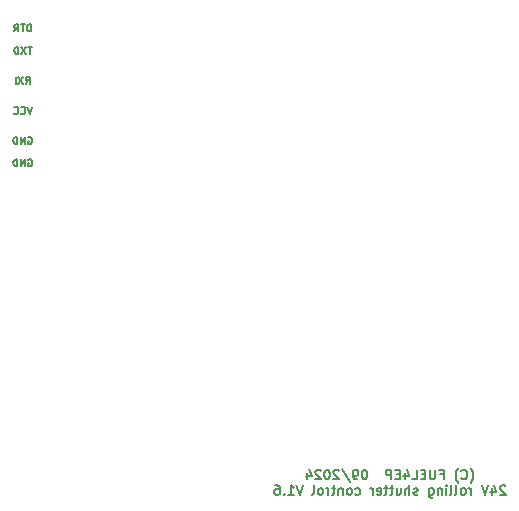
<source format=gbr>
%TF.GenerationSoftware,KiCad,Pcbnew,8.0.5-8.0.5-0~ubuntu22.04.1*%
%TF.CreationDate,2024-09-30T18:51:38+02:00*%
%TF.ProjectId,HM-LC-Bl1-FM_FUEL4EP_PCB,484d2d4c-432d-4426-9c31-2d464d5f4655,1.6*%
%TF.SameCoordinates,Original*%
%TF.FileFunction,Legend,Bot*%
%TF.FilePolarity,Positive*%
%FSLAX46Y46*%
G04 Gerber Fmt 4.6, Leading zero omitted, Abs format (unit mm)*
G04 Created by KiCad (PCBNEW 8.0.5-8.0.5-0~ubuntu22.04.1) date 2024-09-30 18:51:38*
%MOMM*%
%LPD*%
G01*
G04 APERTURE LIST*
%ADD10C,0.152400*%
%ADD11C,0.150000*%
%ADD12R,1.600000X1.600000*%
%ADD13C,1.600000*%
%ADD14O,1.600000X1.600000*%
%ADD15R,2.200000X2.200000*%
%ADD16O,2.200000X2.200000*%
%ADD17R,1.700000X1.700000*%
%ADD18O,1.700000X1.700000*%
%ADD19R,1.717500X1.800000*%
%ADD20O,1.717500X1.800000*%
%ADD21R,1.710000X1.800000*%
%ADD22O,1.710000X1.800000*%
%ADD23R,1.050000X1.500000*%
%ADD24O,1.050000X1.500000*%
%ADD25C,1.400000*%
%ADD26O,1.400000X1.400000*%
%ADD27C,5.700000*%
%ADD28C,3.500000*%
%ADD29C,2.000000*%
%ADD30C,2.500000*%
%ADD31C,2.200000*%
%ADD32R,1.498600X1.498600*%
%ADD33C,1.498600*%
%ADD34R,2.600000X2.600000*%
%ADD35C,2.600000*%
%ADD36C,5.800000*%
%ADD37C,1.800000*%
%ADD38O,3.251200X1.625600*%
%ADD39C,2.800000*%
%ADD40O,2.800000X2.800000*%
%ADD41C,1.350000*%
%ADD42C,3.000000*%
%ADD43C,2.082800*%
%ADD44C,3.200000*%
%ADD45R,3.500000X3.500000*%
%ADD46R,1.000000X1.000000*%
G04 APERTURE END LIST*
D10*
X97610989Y19480551D02*
X97649694Y19519255D01*
X97649694Y19519255D02*
X97727103Y19635370D01*
X97727103Y19635370D02*
X97765808Y19712779D01*
X97765808Y19712779D02*
X97804513Y19828894D01*
X97804513Y19828894D02*
X97843218Y20022417D01*
X97843218Y20022417D02*
X97843218Y20177236D01*
X97843218Y20177236D02*
X97804513Y20370760D01*
X97804513Y20370760D02*
X97765808Y20486874D01*
X97765808Y20486874D02*
X97727103Y20564284D01*
X97727103Y20564284D02*
X97649694Y20680398D01*
X97649694Y20680398D02*
X97610989Y20719103D01*
X96836894Y19867598D02*
X96875598Y19828894D01*
X96875598Y19828894D02*
X96991713Y19790189D01*
X96991713Y19790189D02*
X97069122Y19790189D01*
X97069122Y19790189D02*
X97185236Y19828894D01*
X97185236Y19828894D02*
X97262646Y19906303D01*
X97262646Y19906303D02*
X97301351Y19983713D01*
X97301351Y19983713D02*
X97340055Y20138532D01*
X97340055Y20138532D02*
X97340055Y20254646D01*
X97340055Y20254646D02*
X97301351Y20409465D01*
X97301351Y20409465D02*
X97262646Y20486874D01*
X97262646Y20486874D02*
X97185236Y20564284D01*
X97185236Y20564284D02*
X97069122Y20602989D01*
X97069122Y20602989D02*
X96991713Y20602989D01*
X96991713Y20602989D02*
X96875598Y20564284D01*
X96875598Y20564284D02*
X96836894Y20525579D01*
X96565960Y19480551D02*
X96527255Y19519255D01*
X96527255Y19519255D02*
X96449846Y19635370D01*
X96449846Y19635370D02*
X96411141Y19712779D01*
X96411141Y19712779D02*
X96372436Y19828894D01*
X96372436Y19828894D02*
X96333732Y20022417D01*
X96333732Y20022417D02*
X96333732Y20177236D01*
X96333732Y20177236D02*
X96372436Y20370760D01*
X96372436Y20370760D02*
X96411141Y20486874D01*
X96411141Y20486874D02*
X96449846Y20564284D01*
X96449846Y20564284D02*
X96527255Y20680398D01*
X96527255Y20680398D02*
X96565960Y20719103D01*
X95056474Y20215941D02*
X95327408Y20215941D01*
X95327408Y19790189D02*
X95327408Y20602989D01*
X95327408Y20602989D02*
X94940360Y20602989D01*
X94630722Y20602989D02*
X94630722Y19945008D01*
X94630722Y19945008D02*
X94592017Y19867598D01*
X94592017Y19867598D02*
X94553312Y19828894D01*
X94553312Y19828894D02*
X94475903Y19790189D01*
X94475903Y19790189D02*
X94321084Y19790189D01*
X94321084Y19790189D02*
X94243674Y19828894D01*
X94243674Y19828894D02*
X94204969Y19867598D01*
X94204969Y19867598D02*
X94166265Y19945008D01*
X94166265Y19945008D02*
X94166265Y20602989D01*
X93779217Y20215941D02*
X93508283Y20215941D01*
X93392169Y19790189D02*
X93779217Y19790189D01*
X93779217Y19790189D02*
X93779217Y20602989D01*
X93779217Y20602989D02*
X93392169Y20602989D01*
X92656779Y19790189D02*
X93043827Y19790189D01*
X93043827Y19790189D02*
X93043827Y20602989D01*
X92037503Y20332055D02*
X92037503Y19790189D01*
X92231027Y20641694D02*
X92424550Y20061122D01*
X92424550Y20061122D02*
X91921389Y20061122D01*
X91611751Y20215941D02*
X91340817Y20215941D01*
X91224703Y19790189D02*
X91611751Y19790189D01*
X91611751Y19790189D02*
X91611751Y20602989D01*
X91611751Y20602989D02*
X91224703Y20602989D01*
X90876361Y19790189D02*
X90876361Y20602989D01*
X90876361Y20602989D02*
X90566723Y20602989D01*
X90566723Y20602989D02*
X90489313Y20564284D01*
X90489313Y20564284D02*
X90450608Y20525579D01*
X90450608Y20525579D02*
X90411904Y20448170D01*
X90411904Y20448170D02*
X90411904Y20332055D01*
X90411904Y20332055D02*
X90450608Y20254646D01*
X90450608Y20254646D02*
X90489313Y20215941D01*
X90489313Y20215941D02*
X90566723Y20177236D01*
X90566723Y20177236D02*
X90876361Y20177236D01*
X88670190Y20602989D02*
X88592780Y20602989D01*
X88592780Y20602989D02*
X88515371Y20564284D01*
X88515371Y20564284D02*
X88476666Y20525579D01*
X88476666Y20525579D02*
X88437961Y20448170D01*
X88437961Y20448170D02*
X88399256Y20293351D01*
X88399256Y20293351D02*
X88399256Y20099827D01*
X88399256Y20099827D02*
X88437961Y19945008D01*
X88437961Y19945008D02*
X88476666Y19867598D01*
X88476666Y19867598D02*
X88515371Y19828894D01*
X88515371Y19828894D02*
X88592780Y19790189D01*
X88592780Y19790189D02*
X88670190Y19790189D01*
X88670190Y19790189D02*
X88747599Y19828894D01*
X88747599Y19828894D02*
X88786304Y19867598D01*
X88786304Y19867598D02*
X88825009Y19945008D01*
X88825009Y19945008D02*
X88863713Y20099827D01*
X88863713Y20099827D02*
X88863713Y20293351D01*
X88863713Y20293351D02*
X88825009Y20448170D01*
X88825009Y20448170D02*
X88786304Y20525579D01*
X88786304Y20525579D02*
X88747599Y20564284D01*
X88747599Y20564284D02*
X88670190Y20602989D01*
X88012209Y19790189D02*
X87857390Y19790189D01*
X87857390Y19790189D02*
X87779980Y19828894D01*
X87779980Y19828894D02*
X87741276Y19867598D01*
X87741276Y19867598D02*
X87663866Y19983713D01*
X87663866Y19983713D02*
X87625161Y20138532D01*
X87625161Y20138532D02*
X87625161Y20448170D01*
X87625161Y20448170D02*
X87663866Y20525579D01*
X87663866Y20525579D02*
X87702571Y20564284D01*
X87702571Y20564284D02*
X87779980Y20602989D01*
X87779980Y20602989D02*
X87934799Y20602989D01*
X87934799Y20602989D02*
X88012209Y20564284D01*
X88012209Y20564284D02*
X88050914Y20525579D01*
X88050914Y20525579D02*
X88089618Y20448170D01*
X88089618Y20448170D02*
X88089618Y20254646D01*
X88089618Y20254646D02*
X88050914Y20177236D01*
X88050914Y20177236D02*
X88012209Y20138532D01*
X88012209Y20138532D02*
X87934799Y20099827D01*
X87934799Y20099827D02*
X87779980Y20099827D01*
X87779980Y20099827D02*
X87702571Y20138532D01*
X87702571Y20138532D02*
X87663866Y20177236D01*
X87663866Y20177236D02*
X87625161Y20254646D01*
X86696247Y20641694D02*
X87392933Y19596665D01*
X86464018Y20525579D02*
X86425314Y20564284D01*
X86425314Y20564284D02*
X86347904Y20602989D01*
X86347904Y20602989D02*
X86154380Y20602989D01*
X86154380Y20602989D02*
X86076971Y20564284D01*
X86076971Y20564284D02*
X86038266Y20525579D01*
X86038266Y20525579D02*
X85999561Y20448170D01*
X85999561Y20448170D02*
X85999561Y20370760D01*
X85999561Y20370760D02*
X86038266Y20254646D01*
X86038266Y20254646D02*
X86502723Y19790189D01*
X86502723Y19790189D02*
X85999561Y19790189D01*
X85496400Y20602989D02*
X85418990Y20602989D01*
X85418990Y20602989D02*
X85341581Y20564284D01*
X85341581Y20564284D02*
X85302876Y20525579D01*
X85302876Y20525579D02*
X85264171Y20448170D01*
X85264171Y20448170D02*
X85225466Y20293351D01*
X85225466Y20293351D02*
X85225466Y20099827D01*
X85225466Y20099827D02*
X85264171Y19945008D01*
X85264171Y19945008D02*
X85302876Y19867598D01*
X85302876Y19867598D02*
X85341581Y19828894D01*
X85341581Y19828894D02*
X85418990Y19790189D01*
X85418990Y19790189D02*
X85496400Y19790189D01*
X85496400Y19790189D02*
X85573809Y19828894D01*
X85573809Y19828894D02*
X85612514Y19867598D01*
X85612514Y19867598D02*
X85651219Y19945008D01*
X85651219Y19945008D02*
X85689923Y20099827D01*
X85689923Y20099827D02*
X85689923Y20293351D01*
X85689923Y20293351D02*
X85651219Y20448170D01*
X85651219Y20448170D02*
X85612514Y20525579D01*
X85612514Y20525579D02*
X85573809Y20564284D01*
X85573809Y20564284D02*
X85496400Y20602989D01*
X84915828Y20525579D02*
X84877124Y20564284D01*
X84877124Y20564284D02*
X84799714Y20602989D01*
X84799714Y20602989D02*
X84606190Y20602989D01*
X84606190Y20602989D02*
X84528781Y20564284D01*
X84528781Y20564284D02*
X84490076Y20525579D01*
X84490076Y20525579D02*
X84451371Y20448170D01*
X84451371Y20448170D02*
X84451371Y20370760D01*
X84451371Y20370760D02*
X84490076Y20254646D01*
X84490076Y20254646D02*
X84954533Y19790189D01*
X84954533Y19790189D02*
X84451371Y19790189D01*
X83754686Y20332055D02*
X83754686Y19790189D01*
X83948210Y20641694D02*
X84141733Y20061122D01*
X84141733Y20061122D02*
X83638572Y20061122D01*
X100552549Y19217017D02*
X100513845Y19255722D01*
X100513845Y19255722D02*
X100436435Y19294427D01*
X100436435Y19294427D02*
X100242911Y19294427D01*
X100242911Y19294427D02*
X100165502Y19255722D01*
X100165502Y19255722D02*
X100126797Y19217017D01*
X100126797Y19217017D02*
X100088092Y19139608D01*
X100088092Y19139608D02*
X100088092Y19062198D01*
X100088092Y19062198D02*
X100126797Y18946084D01*
X100126797Y18946084D02*
X100591254Y18481627D01*
X100591254Y18481627D02*
X100088092Y18481627D01*
X99391407Y19023493D02*
X99391407Y18481627D01*
X99584931Y19333132D02*
X99778454Y18752560D01*
X99778454Y18752560D02*
X99275293Y18752560D01*
X99081769Y19294427D02*
X98810836Y18481627D01*
X98810836Y18481627D02*
X98539902Y19294427D01*
X97649693Y18481627D02*
X97649693Y19023493D01*
X97649693Y18868674D02*
X97610988Y18946084D01*
X97610988Y18946084D02*
X97572283Y18984789D01*
X97572283Y18984789D02*
X97494874Y19023493D01*
X97494874Y19023493D02*
X97417464Y19023493D01*
X97030416Y18481627D02*
X97107826Y18520332D01*
X97107826Y18520332D02*
X97146531Y18559036D01*
X97146531Y18559036D02*
X97185235Y18636446D01*
X97185235Y18636446D02*
X97185235Y18868674D01*
X97185235Y18868674D02*
X97146531Y18946084D01*
X97146531Y18946084D02*
X97107826Y18984789D01*
X97107826Y18984789D02*
X97030416Y19023493D01*
X97030416Y19023493D02*
X96914302Y19023493D01*
X96914302Y19023493D02*
X96836893Y18984789D01*
X96836893Y18984789D02*
X96798188Y18946084D01*
X96798188Y18946084D02*
X96759483Y18868674D01*
X96759483Y18868674D02*
X96759483Y18636446D01*
X96759483Y18636446D02*
X96798188Y18559036D01*
X96798188Y18559036D02*
X96836893Y18520332D01*
X96836893Y18520332D02*
X96914302Y18481627D01*
X96914302Y18481627D02*
X97030416Y18481627D01*
X96295026Y18481627D02*
X96372436Y18520332D01*
X96372436Y18520332D02*
X96411141Y18597741D01*
X96411141Y18597741D02*
X96411141Y19294427D01*
X95869274Y18481627D02*
X95946684Y18520332D01*
X95946684Y18520332D02*
X95985389Y18597741D01*
X95985389Y18597741D02*
X95985389Y19294427D01*
X95559637Y18481627D02*
X95559637Y19023493D01*
X95559637Y19294427D02*
X95598341Y19255722D01*
X95598341Y19255722D02*
X95559637Y19217017D01*
X95559637Y19217017D02*
X95520932Y19255722D01*
X95520932Y19255722D02*
X95559637Y19294427D01*
X95559637Y19294427D02*
X95559637Y19217017D01*
X95172589Y19023493D02*
X95172589Y18481627D01*
X95172589Y18946084D02*
X95133884Y18984789D01*
X95133884Y18984789D02*
X95056474Y19023493D01*
X95056474Y19023493D02*
X94940360Y19023493D01*
X94940360Y19023493D02*
X94862951Y18984789D01*
X94862951Y18984789D02*
X94824246Y18907379D01*
X94824246Y18907379D02*
X94824246Y18481627D01*
X94088856Y19023493D02*
X94088856Y18365512D01*
X94088856Y18365512D02*
X94127561Y18288103D01*
X94127561Y18288103D02*
X94166265Y18249398D01*
X94166265Y18249398D02*
X94243675Y18210693D01*
X94243675Y18210693D02*
X94359789Y18210693D01*
X94359789Y18210693D02*
X94437199Y18249398D01*
X94088856Y18520332D02*
X94166265Y18481627D01*
X94166265Y18481627D02*
X94321084Y18481627D01*
X94321084Y18481627D02*
X94398494Y18520332D01*
X94398494Y18520332D02*
X94437199Y18559036D01*
X94437199Y18559036D02*
X94475903Y18636446D01*
X94475903Y18636446D02*
X94475903Y18868674D01*
X94475903Y18868674D02*
X94437199Y18946084D01*
X94437199Y18946084D02*
X94398494Y18984789D01*
X94398494Y18984789D02*
X94321084Y19023493D01*
X94321084Y19023493D02*
X94166265Y19023493D01*
X94166265Y19023493D02*
X94088856Y18984789D01*
X93121237Y18520332D02*
X93043828Y18481627D01*
X93043828Y18481627D02*
X92889009Y18481627D01*
X92889009Y18481627D02*
X92811599Y18520332D01*
X92811599Y18520332D02*
X92772895Y18597741D01*
X92772895Y18597741D02*
X92772895Y18636446D01*
X92772895Y18636446D02*
X92811599Y18713855D01*
X92811599Y18713855D02*
X92889009Y18752560D01*
X92889009Y18752560D02*
X93005123Y18752560D01*
X93005123Y18752560D02*
X93082533Y18791265D01*
X93082533Y18791265D02*
X93121237Y18868674D01*
X93121237Y18868674D02*
X93121237Y18907379D01*
X93121237Y18907379D02*
X93082533Y18984789D01*
X93082533Y18984789D02*
X93005123Y19023493D01*
X93005123Y19023493D02*
X92889009Y19023493D01*
X92889009Y19023493D02*
X92811599Y18984789D01*
X92424552Y18481627D02*
X92424552Y19294427D01*
X92076209Y18481627D02*
X92076209Y18907379D01*
X92076209Y18907379D02*
X92114914Y18984789D01*
X92114914Y18984789D02*
X92192323Y19023493D01*
X92192323Y19023493D02*
X92308437Y19023493D01*
X92308437Y19023493D02*
X92385847Y18984789D01*
X92385847Y18984789D02*
X92424552Y18946084D01*
X91340819Y19023493D02*
X91340819Y18481627D01*
X91689162Y19023493D02*
X91689162Y18597741D01*
X91689162Y18597741D02*
X91650457Y18520332D01*
X91650457Y18520332D02*
X91573047Y18481627D01*
X91573047Y18481627D02*
X91456933Y18481627D01*
X91456933Y18481627D02*
X91379524Y18520332D01*
X91379524Y18520332D02*
X91340819Y18559036D01*
X91069886Y19023493D02*
X90760248Y19023493D01*
X90953772Y19294427D02*
X90953772Y18597741D01*
X90953772Y18597741D02*
X90915067Y18520332D01*
X90915067Y18520332D02*
X90837657Y18481627D01*
X90837657Y18481627D02*
X90760248Y18481627D01*
X90605429Y19023493D02*
X90295791Y19023493D01*
X90489315Y19294427D02*
X90489315Y18597741D01*
X90489315Y18597741D02*
X90450610Y18520332D01*
X90450610Y18520332D02*
X90373200Y18481627D01*
X90373200Y18481627D02*
X90295791Y18481627D01*
X89715220Y18520332D02*
X89792629Y18481627D01*
X89792629Y18481627D02*
X89947448Y18481627D01*
X89947448Y18481627D02*
X90024858Y18520332D01*
X90024858Y18520332D02*
X90063562Y18597741D01*
X90063562Y18597741D02*
X90063562Y18907379D01*
X90063562Y18907379D02*
X90024858Y18984789D01*
X90024858Y18984789D02*
X89947448Y19023493D01*
X89947448Y19023493D02*
X89792629Y19023493D01*
X89792629Y19023493D02*
X89715220Y18984789D01*
X89715220Y18984789D02*
X89676515Y18907379D01*
X89676515Y18907379D02*
X89676515Y18829970D01*
X89676515Y18829970D02*
X90063562Y18752560D01*
X89328172Y18481627D02*
X89328172Y19023493D01*
X89328172Y18868674D02*
X89289467Y18946084D01*
X89289467Y18946084D02*
X89250762Y18984789D01*
X89250762Y18984789D02*
X89173353Y19023493D01*
X89173353Y19023493D02*
X89095943Y19023493D01*
X87857391Y18520332D02*
X87934800Y18481627D01*
X87934800Y18481627D02*
X88089619Y18481627D01*
X88089619Y18481627D02*
X88167029Y18520332D01*
X88167029Y18520332D02*
X88205734Y18559036D01*
X88205734Y18559036D02*
X88244438Y18636446D01*
X88244438Y18636446D02*
X88244438Y18868674D01*
X88244438Y18868674D02*
X88205734Y18946084D01*
X88205734Y18946084D02*
X88167029Y18984789D01*
X88167029Y18984789D02*
X88089619Y19023493D01*
X88089619Y19023493D02*
X87934800Y19023493D01*
X87934800Y19023493D02*
X87857391Y18984789D01*
X87392933Y18481627D02*
X87470343Y18520332D01*
X87470343Y18520332D02*
X87509048Y18559036D01*
X87509048Y18559036D02*
X87547752Y18636446D01*
X87547752Y18636446D02*
X87547752Y18868674D01*
X87547752Y18868674D02*
X87509048Y18946084D01*
X87509048Y18946084D02*
X87470343Y18984789D01*
X87470343Y18984789D02*
X87392933Y19023493D01*
X87392933Y19023493D02*
X87276819Y19023493D01*
X87276819Y19023493D02*
X87199410Y18984789D01*
X87199410Y18984789D02*
X87160705Y18946084D01*
X87160705Y18946084D02*
X87122000Y18868674D01*
X87122000Y18868674D02*
X87122000Y18636446D01*
X87122000Y18636446D02*
X87160705Y18559036D01*
X87160705Y18559036D02*
X87199410Y18520332D01*
X87199410Y18520332D02*
X87276819Y18481627D01*
X87276819Y18481627D02*
X87392933Y18481627D01*
X86773658Y19023493D02*
X86773658Y18481627D01*
X86773658Y18946084D02*
X86734953Y18984789D01*
X86734953Y18984789D02*
X86657543Y19023493D01*
X86657543Y19023493D02*
X86541429Y19023493D01*
X86541429Y19023493D02*
X86464020Y18984789D01*
X86464020Y18984789D02*
X86425315Y18907379D01*
X86425315Y18907379D02*
X86425315Y18481627D01*
X86154382Y19023493D02*
X85844744Y19023493D01*
X86038268Y19294427D02*
X86038268Y18597741D01*
X86038268Y18597741D02*
X85999563Y18520332D01*
X85999563Y18520332D02*
X85922153Y18481627D01*
X85922153Y18481627D02*
X85844744Y18481627D01*
X85573811Y18481627D02*
X85573811Y19023493D01*
X85573811Y18868674D02*
X85535106Y18946084D01*
X85535106Y18946084D02*
X85496401Y18984789D01*
X85496401Y18984789D02*
X85418992Y19023493D01*
X85418992Y19023493D02*
X85341582Y19023493D01*
X84954534Y18481627D02*
X85031944Y18520332D01*
X85031944Y18520332D02*
X85070649Y18559036D01*
X85070649Y18559036D02*
X85109353Y18636446D01*
X85109353Y18636446D02*
X85109353Y18868674D01*
X85109353Y18868674D02*
X85070649Y18946084D01*
X85070649Y18946084D02*
X85031944Y18984789D01*
X85031944Y18984789D02*
X84954534Y19023493D01*
X84954534Y19023493D02*
X84838420Y19023493D01*
X84838420Y19023493D02*
X84761011Y18984789D01*
X84761011Y18984789D02*
X84722306Y18946084D01*
X84722306Y18946084D02*
X84683601Y18868674D01*
X84683601Y18868674D02*
X84683601Y18636446D01*
X84683601Y18636446D02*
X84722306Y18559036D01*
X84722306Y18559036D02*
X84761011Y18520332D01*
X84761011Y18520332D02*
X84838420Y18481627D01*
X84838420Y18481627D02*
X84954534Y18481627D01*
X84219144Y18481627D02*
X84296554Y18520332D01*
X84296554Y18520332D02*
X84335259Y18597741D01*
X84335259Y18597741D02*
X84335259Y19294427D01*
X83406345Y19294427D02*
X83135412Y18481627D01*
X83135412Y18481627D02*
X82864478Y19294427D01*
X82167792Y18481627D02*
X82632249Y18481627D01*
X82400021Y18481627D02*
X82400021Y19294427D01*
X82400021Y19294427D02*
X82477430Y19178312D01*
X82477430Y19178312D02*
X82554840Y19100903D01*
X82554840Y19100903D02*
X82632249Y19062198D01*
X81819450Y18559036D02*
X81780745Y18520332D01*
X81780745Y18520332D02*
X81819450Y18481627D01*
X81819450Y18481627D02*
X81858154Y18520332D01*
X81858154Y18520332D02*
X81819450Y18559036D01*
X81819450Y18559036D02*
X81819450Y18481627D01*
X81084059Y19294427D02*
X81238878Y19294427D01*
X81238878Y19294427D02*
X81316287Y19255722D01*
X81316287Y19255722D02*
X81354992Y19217017D01*
X81354992Y19217017D02*
X81432402Y19100903D01*
X81432402Y19100903D02*
X81471106Y18946084D01*
X81471106Y18946084D02*
X81471106Y18636446D01*
X81471106Y18636446D02*
X81432402Y18559036D01*
X81432402Y18559036D02*
X81393697Y18520332D01*
X81393697Y18520332D02*
X81316287Y18481627D01*
X81316287Y18481627D02*
X81161468Y18481627D01*
X81161468Y18481627D02*
X81084059Y18520332D01*
X81084059Y18520332D02*
X81045354Y18559036D01*
X81045354Y18559036D02*
X81006649Y18636446D01*
X81006649Y18636446D02*
X81006649Y18829970D01*
X81006649Y18829970D02*
X81045354Y18907379D01*
X81045354Y18907379D02*
X81084059Y18946084D01*
X81084059Y18946084D02*
X81161468Y18984789D01*
X81161468Y18984789D02*
X81316287Y18984789D01*
X81316287Y18984789D02*
X81393697Y18946084D01*
X81393697Y18946084D02*
X81432402Y18907379D01*
X81432402Y18907379D02*
X81471106Y18829970D01*
D11*
X60147142Y48761657D02*
X60204285Y48790228D01*
X60204285Y48790228D02*
X60289999Y48790228D01*
X60289999Y48790228D02*
X60375713Y48761657D01*
X60375713Y48761657D02*
X60432856Y48704514D01*
X60432856Y48704514D02*
X60461427Y48647371D01*
X60461427Y48647371D02*
X60489999Y48533085D01*
X60489999Y48533085D02*
X60489999Y48447371D01*
X60489999Y48447371D02*
X60461427Y48333085D01*
X60461427Y48333085D02*
X60432856Y48275942D01*
X60432856Y48275942D02*
X60375713Y48218800D01*
X60375713Y48218800D02*
X60289999Y48190228D01*
X60289999Y48190228D02*
X60232856Y48190228D01*
X60232856Y48190228D02*
X60147142Y48218800D01*
X60147142Y48218800D02*
X60118570Y48247371D01*
X60118570Y48247371D02*
X60118570Y48447371D01*
X60118570Y48447371D02*
X60232856Y48447371D01*
X59861427Y48190228D02*
X59861427Y48790228D01*
X59861427Y48790228D02*
X59518570Y48190228D01*
X59518570Y48190228D02*
X59518570Y48790228D01*
X59232856Y48190228D02*
X59232856Y48790228D01*
X59232856Y48790228D02*
X59089999Y48790228D01*
X59089999Y48790228D02*
X59004285Y48761657D01*
X59004285Y48761657D02*
X58947142Y48704514D01*
X58947142Y48704514D02*
X58918571Y48647371D01*
X58918571Y48647371D02*
X58889999Y48533085D01*
X58889999Y48533085D02*
X58889999Y48447371D01*
X58889999Y48447371D02*
X58918571Y48333085D01*
X58918571Y48333085D02*
X58947142Y48275942D01*
X58947142Y48275942D02*
X59004285Y48218800D01*
X59004285Y48218800D02*
X59089999Y48190228D01*
X59089999Y48190228D02*
X59232856Y48190228D01*
X60490000Y51330228D02*
X60290000Y50730228D01*
X60290000Y50730228D02*
X60090000Y51330228D01*
X59547142Y50787371D02*
X59575714Y50758800D01*
X59575714Y50758800D02*
X59661428Y50730228D01*
X59661428Y50730228D02*
X59718571Y50730228D01*
X59718571Y50730228D02*
X59804285Y50758800D01*
X59804285Y50758800D02*
X59861428Y50815942D01*
X59861428Y50815942D02*
X59889999Y50873085D01*
X59889999Y50873085D02*
X59918571Y50987371D01*
X59918571Y50987371D02*
X59918571Y51073085D01*
X59918571Y51073085D02*
X59889999Y51187371D01*
X59889999Y51187371D02*
X59861428Y51244514D01*
X59861428Y51244514D02*
X59804285Y51301657D01*
X59804285Y51301657D02*
X59718571Y51330228D01*
X59718571Y51330228D02*
X59661428Y51330228D01*
X59661428Y51330228D02*
X59575714Y51301657D01*
X59575714Y51301657D02*
X59547142Y51273085D01*
X58947142Y50787371D02*
X58975714Y50758800D01*
X58975714Y50758800D02*
X59061428Y50730228D01*
X59061428Y50730228D02*
X59118571Y50730228D01*
X59118571Y50730228D02*
X59204285Y50758800D01*
X59204285Y50758800D02*
X59261428Y50815942D01*
X59261428Y50815942D02*
X59289999Y50873085D01*
X59289999Y50873085D02*
X59318571Y50987371D01*
X59318571Y50987371D02*
X59318571Y51073085D01*
X59318571Y51073085D02*
X59289999Y51187371D01*
X59289999Y51187371D02*
X59261428Y51244514D01*
X59261428Y51244514D02*
X59204285Y51301657D01*
X59204285Y51301657D02*
X59118571Y51330228D01*
X59118571Y51330228D02*
X59061428Y51330228D01*
X59061428Y51330228D02*
X58975714Y51301657D01*
X58975714Y51301657D02*
X58947142Y51273085D01*
X59932856Y53270228D02*
X60132856Y53555942D01*
X60275713Y53270228D02*
X60275713Y53870228D01*
X60275713Y53870228D02*
X60047142Y53870228D01*
X60047142Y53870228D02*
X59989999Y53841657D01*
X59989999Y53841657D02*
X59961428Y53813085D01*
X59961428Y53813085D02*
X59932856Y53755942D01*
X59932856Y53755942D02*
X59932856Y53670228D01*
X59932856Y53670228D02*
X59961428Y53613085D01*
X59961428Y53613085D02*
X59989999Y53584514D01*
X59989999Y53584514D02*
X60047142Y53555942D01*
X60047142Y53555942D02*
X60275713Y53555942D01*
X59732856Y53870228D02*
X59332856Y53270228D01*
X59332856Y53870228D02*
X59732856Y53270228D01*
X59104284Y53270228D02*
X59104284Y53870228D01*
X60447143Y56410228D02*
X60104286Y56410228D01*
X60275714Y55810228D02*
X60275714Y56410228D01*
X59961428Y56410228D02*
X59561428Y55810228D01*
X59561428Y56410228D02*
X59961428Y55810228D01*
X59332856Y55810228D02*
X59332856Y56410228D01*
X59332856Y56410228D02*
X59189999Y56410228D01*
X59189999Y56410228D02*
X59104285Y56381657D01*
X59104285Y56381657D02*
X59047142Y56324514D01*
X59047142Y56324514D02*
X59018571Y56267371D01*
X59018571Y56267371D02*
X58989999Y56153085D01*
X58989999Y56153085D02*
X58989999Y56067371D01*
X58989999Y56067371D02*
X59018571Y55953085D01*
X59018571Y55953085D02*
X59047142Y55895942D01*
X59047142Y55895942D02*
X59104285Y55838800D01*
X59104285Y55838800D02*
X59189999Y55810228D01*
X59189999Y55810228D02*
X59332856Y55810228D01*
X60147142Y46856657D02*
X60204285Y46885228D01*
X60204285Y46885228D02*
X60289999Y46885228D01*
X60289999Y46885228D02*
X60375713Y46856657D01*
X60375713Y46856657D02*
X60432856Y46799514D01*
X60432856Y46799514D02*
X60461427Y46742371D01*
X60461427Y46742371D02*
X60489999Y46628085D01*
X60489999Y46628085D02*
X60489999Y46542371D01*
X60489999Y46542371D02*
X60461427Y46428085D01*
X60461427Y46428085D02*
X60432856Y46370942D01*
X60432856Y46370942D02*
X60375713Y46313800D01*
X60375713Y46313800D02*
X60289999Y46285228D01*
X60289999Y46285228D02*
X60232856Y46285228D01*
X60232856Y46285228D02*
X60147142Y46313800D01*
X60147142Y46313800D02*
X60118570Y46342371D01*
X60118570Y46342371D02*
X60118570Y46542371D01*
X60118570Y46542371D02*
X60232856Y46542371D01*
X59861427Y46285228D02*
X59861427Y46885228D01*
X59861427Y46885228D02*
X59518570Y46285228D01*
X59518570Y46285228D02*
X59518570Y46885228D01*
X59232856Y46285228D02*
X59232856Y46885228D01*
X59232856Y46885228D02*
X59089999Y46885228D01*
X59089999Y46885228D02*
X59004285Y46856657D01*
X59004285Y46856657D02*
X58947142Y46799514D01*
X58947142Y46799514D02*
X58918571Y46742371D01*
X58918571Y46742371D02*
X58889999Y46628085D01*
X58889999Y46628085D02*
X58889999Y46542371D01*
X58889999Y46542371D02*
X58918571Y46428085D01*
X58918571Y46428085D02*
X58947142Y46370942D01*
X58947142Y46370942D02*
X59004285Y46313800D01*
X59004285Y46313800D02*
X59089999Y46285228D01*
X59089999Y46285228D02*
X59232856Y46285228D01*
X60375713Y57715228D02*
X60375713Y58315228D01*
X60375713Y58315228D02*
X60232856Y58315228D01*
X60232856Y58315228D02*
X60147142Y58286657D01*
X60147142Y58286657D02*
X60089999Y58229514D01*
X60089999Y58229514D02*
X60061428Y58172371D01*
X60061428Y58172371D02*
X60032856Y58058085D01*
X60032856Y58058085D02*
X60032856Y57972371D01*
X60032856Y57972371D02*
X60061428Y57858085D01*
X60061428Y57858085D02*
X60089999Y57800942D01*
X60089999Y57800942D02*
X60147142Y57743800D01*
X60147142Y57743800D02*
X60232856Y57715228D01*
X60232856Y57715228D02*
X60375713Y57715228D01*
X59861428Y58315228D02*
X59518571Y58315228D01*
X59689999Y57715228D02*
X59689999Y58315228D01*
X58975713Y57715228D02*
X59175713Y58000942D01*
X59318570Y57715228D02*
X59318570Y58315228D01*
X59318570Y58315228D02*
X59089999Y58315228D01*
X59089999Y58315228D02*
X59032856Y58286657D01*
X59032856Y58286657D02*
X59004285Y58258085D01*
X59004285Y58258085D02*
X58975713Y58200942D01*
X58975713Y58200942D02*
X58975713Y58115228D01*
X58975713Y58115228D02*
X59004285Y58058085D01*
X59004285Y58058085D02*
X59032856Y58029514D01*
X59032856Y58029514D02*
X59089999Y58000942D01*
X59089999Y58000942D02*
X59318570Y58000942D01*
%TO.C,Module1*%
X62865000Y58620000D02*
G75*
G02*
X61595000Y58620000I-635000J0D01*
G01*
X61595000Y58620000D02*
G75*
G02*
X62865000Y58620000I635000J0D01*
G01*
X62865000Y56080000D02*
G75*
G02*
X61595000Y56080000I-635000J0D01*
G01*
X61595000Y56080000D02*
G75*
G02*
X62865000Y56080000I635000J0D01*
G01*
X62865000Y53540000D02*
G75*
G02*
X61595000Y53540000I-635000J0D01*
G01*
X61595000Y53540000D02*
G75*
G02*
X62865000Y53540000I635000J0D01*
G01*
X62865000Y51000000D02*
G75*
G02*
X61595000Y51000000I-635000J0D01*
G01*
X61595000Y51000000D02*
G75*
G02*
X62865000Y51000000I635000J0D01*
G01*
X62865000Y48460000D02*
G75*
G02*
X61595000Y48460000I-635000J0D01*
G01*
X61595000Y48460000D02*
G75*
G02*
X62865000Y48460000I635000J0D01*
G01*
X62865000Y45920000D02*
G75*
G02*
X61595000Y45920000I-635000J0D01*
G01*
X61595000Y45920000D02*
G75*
G02*
X62865000Y45920000I635000J0D01*
G01*
%TD*%
%LPC*%
D12*
%TO.C,C1*%
X29885000Y21790000D03*
D13*
X32385000Y21790000D03*
%TD*%
D12*
%TO.C,D7*%
X64770000Y69796000D03*
D14*
X57150000Y69796000D03*
%TD*%
D15*
%TO.C,D11*%
X13462000Y47698000D03*
D16*
X23622000Y47698000D03*
%TD*%
D17*
%TO.C,J5*%
X35052000Y38046000D03*
D18*
X37592000Y38046000D03*
X40132000Y38046000D03*
X42672000Y38046000D03*
X45212000Y38046000D03*
X47752000Y38046000D03*
%TD*%
D19*
%TO.C,Q1*%
X22860000Y56080000D03*
D20*
X20570000Y56080000D03*
X18280000Y56080000D03*
%TD*%
D21*
%TO.C,Q2*%
X53340000Y28140000D03*
D22*
X55620000Y28140000D03*
X57900000Y28140000D03*
%TD*%
D23*
%TO.C,Q4*%
X80010000Y73860000D03*
D24*
X78740000Y73860000D03*
X77470000Y73860000D03*
%TD*%
D25*
%TO.C,R1*%
X13970000Y36395000D03*
D26*
X19050000Y36395000D03*
%TD*%
D25*
%TO.C,R7*%
X13970000Y39570000D03*
D26*
X19050000Y39570000D03*
%TD*%
D27*
%TO.C,Module5*%
X74140000Y67300000D03*
X74140000Y46600000D03*
X118640000Y67300000D03*
X118640000Y46600000D03*
D28*
X115890000Y61950000D03*
X76890000Y62050000D03*
D29*
X84390000Y67050000D03*
D28*
X115890000Y56950000D03*
X76890000Y57050000D03*
D29*
X86930000Y67050000D03*
D28*
X115890000Y51950000D03*
X76890000Y52050000D03*
D29*
X89470000Y67050000D03*
%TD*%
D27*
%TO.C,Module6*%
X68965000Y38245000D03*
X68965000Y5245000D03*
X113865000Y38245000D03*
X113865000Y5245000D03*
D30*
X110465000Y34245000D03*
D31*
X70415000Y32325000D03*
D30*
X110465000Y29245000D03*
D31*
X70415000Y29785000D03*
D30*
X110465000Y24245000D03*
D31*
X70415000Y27245000D03*
D30*
X110465000Y19245000D03*
D31*
X70415000Y18615000D03*
D30*
X110465000Y14245000D03*
D31*
X70415000Y16075000D03*
D30*
X110465000Y9245000D03*
D31*
X70415000Y13535000D03*
X70415000Y10995000D03*
%TD*%
D25*
%TO.C,R8*%
X39370000Y68780000D03*
D26*
X34290000Y68780000D03*
%TD*%
D25*
%TO.C,R10*%
X21590000Y37538000D03*
D26*
X21590000Y32458000D03*
%TD*%
D25*
%TO.C,R11*%
X31115000Y29029000D03*
D26*
X26035000Y29029000D03*
%TD*%
D25*
%TO.C,R12*%
X38100000Y32585000D03*
D26*
X38100000Y27505000D03*
%TD*%
D25*
%TO.C,R13*%
X64008000Y41348000D03*
D26*
X64008000Y36268000D03*
%TD*%
D25*
%TO.C,R14*%
X53340000Y32585000D03*
D26*
X58420000Y32585000D03*
%TD*%
D25*
%TO.C,R15*%
X110998000Y81734000D03*
D26*
X105918000Y81734000D03*
%TD*%
D25*
%TO.C,R17*%
X48260000Y33220000D03*
D26*
X43180000Y33220000D03*
%TD*%
D32*
%TO.C,Q5*%
X45872400Y21231200D03*
D33*
X43332400Y22501200D03*
X45872400Y23771200D03*
%TD*%
D25*
%TO.C,R9*%
X39370000Y64970000D03*
D26*
X34290000Y64970000D03*
%TD*%
D34*
%TO.C,J1*%
X6350000Y67510000D03*
D35*
X6350000Y62430000D03*
%TD*%
D34*
%TO.C,J3*%
X6350000Y56080000D03*
D35*
X6350000Y51000000D03*
X6350000Y45920000D03*
%TD*%
D34*
%TO.C,J4*%
X21590000Y89100000D03*
D35*
X16510000Y89100000D03*
%TD*%
D12*
%TO.C,C5*%
X55245000Y64335000D03*
D13*
X55245000Y66335000D03*
%TD*%
D34*
%TO.C,J8*%
X6350000Y16710000D03*
D35*
X6350000Y11630000D03*
%TD*%
D34*
%TO.C,J9*%
X6350000Y28140000D03*
D35*
X6350000Y23060000D03*
%TD*%
D34*
%TO.C,J11*%
X107950000Y89100000D03*
D35*
X102870000Y89100000D03*
%TD*%
D25*
%TO.C,R5*%
X26670000Y68780000D03*
D26*
X31750000Y68780000D03*
%TD*%
D25*
%TO.C,R6*%
X26670000Y64970000D03*
D26*
X31750000Y64970000D03*
%TD*%
D34*
%TO.C,J14*%
X118110000Y75130000D03*
D35*
X118110000Y80210000D03*
%TD*%
D29*
%TO.C,C3*%
X43260000Y68780000D03*
X48260000Y68780000D03*
%TD*%
D25*
%TO.C,R21*%
X94234000Y78254200D03*
D26*
X94234000Y73174200D03*
%TD*%
D34*
%TO.C,J2*%
X6350000Y78940000D03*
D35*
X6350000Y73860000D03*
%TD*%
D13*
%TO.C,R22*%
X25908000Y51254000D03*
D14*
X13208000Y51254000D03*
%TD*%
D12*
%TO.C,D10*%
X91846400Y80895800D03*
D14*
X91846400Y73275800D03*
%TD*%
D25*
%TO.C,R3*%
X27305000Y61160000D03*
D26*
X27305000Y56080000D03*
%TD*%
D17*
%TO.C,J10*%
X18415000Y71955000D03*
D18*
X18415000Y74495000D03*
X18415000Y77035000D03*
%TD*%
D34*
%TO.C,J13*%
X119380000Y89100000D03*
D35*
X114300000Y89100000D03*
%TD*%
D36*
%TO.C,H1*%
X7620000Y90370000D03*
%TD*%
%TO.C,H2*%
X6350000Y4010000D03*
%TD*%
D34*
%TO.C,J6*%
X96520000Y89100000D03*
D35*
X91440000Y89100000D03*
%TD*%
D37*
%TO.C,Module1*%
X59690000Y44650000D03*
X31750000Y52270000D03*
X59690000Y59890000D03*
X62230000Y58620000D03*
X50800000Y47190000D03*
X57150000Y44650000D03*
X31750000Y49730000D03*
X57150000Y59890000D03*
X62230000Y56080000D03*
X48260000Y47190000D03*
X54610000Y44650000D03*
X31750000Y47190000D03*
X54610000Y59890000D03*
X62230000Y53540000D03*
X52070000Y44650000D03*
X52070000Y59890000D03*
X62230000Y51000000D03*
X49530000Y44650000D03*
X49530000Y59890000D03*
X62230000Y48460000D03*
X46990000Y44650000D03*
X46990000Y59890000D03*
X62230000Y45920000D03*
X44450000Y44650000D03*
X44450000Y59890000D03*
X41910000Y44650000D03*
X41910000Y59890000D03*
X39370000Y44650000D03*
X39370000Y59890000D03*
X36830000Y44650000D03*
X36830000Y59890000D03*
X34290000Y44650000D03*
X34290000Y59890000D03*
X31750000Y44650000D03*
X31750000Y59890000D03*
%TD*%
D25*
%TO.C,R16*%
X111125000Y72590000D03*
D26*
X111125000Y77670000D03*
%TD*%
D36*
%TO.C,H3*%
X104140000Y77670000D03*
%TD*%
D29*
%TO.C,C4*%
X43180000Y28775000D03*
X48180000Y28775000D03*
%TD*%
D25*
%TO.C,R20*%
X88265000Y72590000D03*
D26*
X83185000Y72590000D03*
%TD*%
D25*
%TO.C,R4*%
X29210000Y36395000D03*
D26*
X24130000Y36395000D03*
%TD*%
D25*
%TO.C,R2*%
X21704300Y40090700D03*
D26*
X29324300Y40090700D03*
%TD*%
D38*
%TO.C,Q3*%
X98501200Y74850600D03*
X98501200Y77390600D03*
X98501200Y79930600D03*
%TD*%
D39*
%TO.C,R18*%
X73025000Y80210000D03*
D40*
X88265000Y80210000D03*
%TD*%
D34*
%TO.C,J15*%
X52705000Y6042000D03*
D35*
X57785000Y6042000D03*
%TD*%
D25*
%TO.C,R23*%
X58420000Y16075000D03*
D26*
X53340000Y16075000D03*
%TD*%
D17*
%TO.C,J17*%
X67945000Y59890000D03*
D18*
X67945000Y57350000D03*
X67945000Y54810000D03*
%TD*%
D15*
%TO.C,D2*%
X61214000Y39062000D03*
D16*
X51054000Y39062000D03*
%TD*%
D36*
%TO.C,H4*%
X120650000Y6042000D03*
%TD*%
D17*
%TO.C,J16*%
X62865000Y18615000D03*
D18*
X62865000Y16075000D03*
X62865000Y13535000D03*
X62865000Y10995000D03*
%TD*%
D17*
%TO.C,J18*%
X63246000Y27124000D03*
D18*
X63246000Y29664000D03*
X63246000Y32204000D03*
%TD*%
D29*
%TO.C,C2*%
X43260000Y64970000D03*
X48260000Y64970000D03*
%TD*%
D25*
%TO.C,R19*%
X19050000Y42110000D03*
D26*
X13970000Y42110000D03*
%TD*%
D41*
%TO.C,Module2*%
X47170000Y10980000D03*
X29170000Y16480000D03*
D42*
X47170000Y8480000D03*
D41*
X29170000Y14480000D03*
X47170000Y5980000D03*
X29170000Y12480000D03*
X29170000Y10480000D03*
X29170000Y8480000D03*
X29170000Y6480000D03*
X29170000Y4480000D03*
X29170000Y2480000D03*
%TD*%
D34*
%TO.C,J7*%
X6350000Y39570000D03*
D35*
X6350000Y34490000D03*
%TD*%
D34*
%TO.C,J12*%
X85090000Y89100000D03*
D35*
X80010000Y89100000D03*
X74930000Y89100000D03*
%TD*%
D15*
%TO.C,D6*%
X58674000Y20774000D03*
D16*
X48514000Y20774000D03*
%TD*%
D43*
%TO.C,Module3*%
X24003000Y17548200D03*
X13843000Y17548200D03*
X13843000Y15008200D03*
X13843000Y9928200D03*
X13843000Y12468200D03*
X13843000Y20088200D03*
X13843000Y22628200D03*
X24003000Y15008200D03*
X24003000Y9928200D03*
X24003000Y12468200D03*
X24003000Y20088200D03*
X24003000Y22628200D03*
%TD*%
D44*
%TO.C,Module4*%
X32894000Y91075000D03*
X63194000Y75775000D03*
D45*
X67894000Y92275000D03*
X28194000Y92275000D03*
X67894000Y74575000D03*
X28194000Y74575000D03*
%TD*%
D46*
%TO.C,J19*%
X23114000Y68526000D03*
%TD*%
%LPD*%
M02*

</source>
